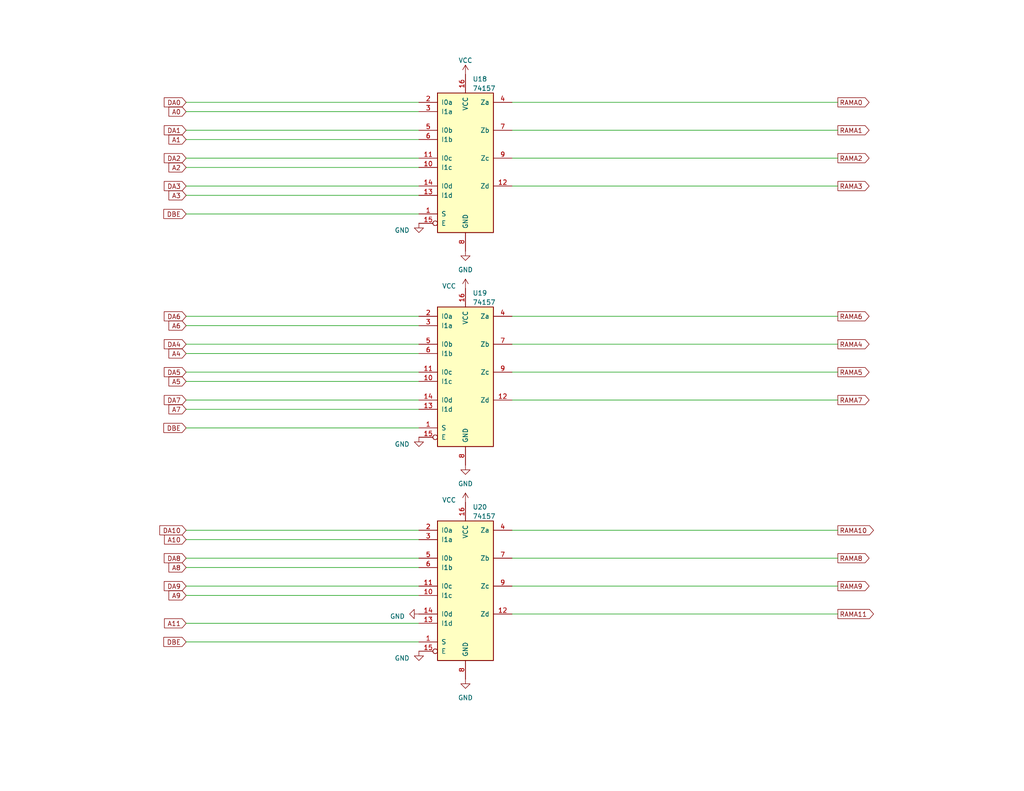
<source format=kicad_sch>
(kicad_sch (version 20230121) (generator eeschema)
  (paper "USLetter")
  (lib_symbols
    (symbol "74xx:74LS157" (pin_names (offset 1.016))
      (property "Reference" "U" (at -7.62 19.05 0))
      (property "Value" "74LS157" (at -7.62 -21.59 0))
      (symbol "74LS157_1_0"
        (pin input line (at -12.7 -15.24 0) (length 5.08) (name "S") (number "1"))
        (pin input line (at -12.7 -2.54 0) (length 5.08) (name "I1c") (number "10"))
        (pin input line (at -12.7 0 0) (length 5.08) (name "I0c") (number "11"))
        (pin output line (at 12.7 -7.62 180) (length 5.08) (name "Zd") (number "12"))
        (pin input line (at -12.7 -10.16 0) (length 5.08) (name "I1d") (number "13"))
        (pin input line (at -12.7 -7.62 0) (length 5.08) (name "I0d") (number "14"))
        (pin input inverted (at -12.7 -17.78 0) (length 5.08) (name "E") (number "15"))
        (pin power_in line (at 0 22.86 270) (length 5.08) (name "VCC") (number "16"))
        (pin input line (at -12.7 15.24 0) (length 5.08) (name "I0a") (number "2"))
        (pin input line (at -12.7 12.7 0) (length 5.08) (name "I1a") (number "3"))
        (pin output line (at 12.7 15.24 180) (length 5.08) (name "Za") (number "4"))
        (pin input line (at -12.7 7.62 0) (length 5.08) (name "I0b") (number "5"))
        (pin input line (at -12.7 5.08 0) (length 5.08) (name "I1b") (number "6"))
        (pin output line (at 12.7 7.62 180) (length 5.08) (name "Zb") (number "7"))
        (pin power_in line (at 0 -25.4 90) (length 5.08) (name "GND") (number "8"))
        (pin output line (at 12.7 0 180) (length 5.08) (name "Zc") (number "9"))
      )
      (symbol "74LS157_1_1"
        (rectangle (start -7.62 17.78) (end 7.62 -20.32) (stroke (width 0.254)) (fill (type background)))
      )
    )
    (symbol "power:GND" (power) (pin_names (offset 0))
      (property "Value" "GND" (at 0 -3.81 0))
      (symbol "GND_0_1"
        (polyline (pts (xy 0 0) (xy 0 -1.27) (xy 1.27 -1.27) (xy 0 -2.54) (xy -1.27 -1.27) (xy 0 -1.27)))
      )
      (symbol "GND_1_1"
        (pin power_in line (at 0 0 270) (length 0) hide (name "GND") (number "1"))
      )
    )
    (symbol "power:VCC" (power) (pin_names (offset 0))
      (property "Value" "VCC" (at 0 3.81 0))
      (symbol "VCC_0_1"
        (polyline (pts (xy -0.762 1.27) (xy 0 2.54)))
        (polyline (pts (xy 0 0) (xy 0 2.54)))
        (polyline (pts (xy 0 2.54) (xy 0.762 1.27)))
      )
      (symbol "VCC_1_1"
        (pin power_in line (at 0 0 90) (length 0) hide (name "VCC") (number "1"))
      )
    )
  )
  (wire (pts (xy 228.6 144.78) (xy 139.7 144.78)))
  (wire (pts (xy 50.8 175.26) (xy 114.3 175.26)))
  (wire (pts (xy 50.8 160.02) (xy 114.3 160.02)))
  (wire (pts (xy 50.8 93.98) (xy 114.3 93.98)))
  (wire (pts (xy 228.6 101.6) (xy 139.7 101.6)))
  (wire (pts (xy 228.6 93.98) (xy 139.7 93.98)))
  (wire (pts (xy 50.8 30.48) (xy 114.3 30.48)))
  (wire (pts (xy 228.6 152.4) (xy 139.7 152.4)))
  (wire (pts (xy 228.6 167.64) (xy 139.7 167.64)))
  (wire (pts (xy 50.8 109.22) (xy 114.3 109.22)))
  (wire (pts (xy 228.6 86.36) (xy 139.7 86.36)))
  (wire (pts (xy 50.8 58.42) (xy 114.3 58.42)))
  (wire (pts (xy 50.8 53.34) (xy 114.3 53.34)))
  (wire (pts (xy 50.8 96.52) (xy 114.3 96.52)))
  (wire (pts (xy 228.6 50.8) (xy 139.7 50.8)))
  (wire (pts (xy 50.8 170.18) (xy 114.3 170.18)))
  (wire (pts (xy 228.6 27.94) (xy 139.7 27.94)))
  (wire (pts (xy 50.8 45.72) (xy 114.3 45.72)))
  (wire (pts (xy 228.6 109.22) (xy 139.7 109.22)))
  (wire (pts (xy 50.8 86.36) (xy 114.3 86.36)))
  (wire (pts (xy 50.8 104.14) (xy 114.3 104.14)))
  (wire (pts (xy 50.8 35.56) (xy 114.3 35.56)))
  (wire (pts (xy 50.8 144.78) (xy 114.3 144.78)))
  (wire (pts (xy 50.8 116.84) (xy 114.3 116.84)))
  (wire (pts (xy 50.8 43.18) (xy 114.3 43.18)))
  (wire (pts (xy 228.6 43.18) (xy 139.7 43.18)))
  (wire (pts (xy 50.8 111.76) (xy 114.3 111.76)))
  (wire (pts (xy 50.8 88.9) (xy 114.3 88.9)))
  (wire (pts (xy 228.6 160.02) (xy 139.7 160.02)))
  (wire (pts (xy 50.8 101.6) (xy 114.3 101.6)))
  (wire (pts (xy 50.8 147.32) (xy 114.3 147.32)))
  (wire (pts (xy 50.8 50.8) (xy 114.3 50.8)))
  (wire (pts (xy 50.8 162.56) (xy 114.3 162.56)))
  (wire (pts (xy 50.8 154.94) (xy 114.3 154.94)))
  (wire (pts (xy 50.8 38.1) (xy 114.3 38.1)))
  (wire (pts (xy 228.6 35.56) (xy 139.7 35.56)))
  (wire (pts (xy 50.8 152.4) (xy 114.3 152.4)))
  (wire (pts (xy 50.8 27.94) (xy 114.3 27.94)))
  (global_label "DA3" (shape input) (at 50.8 50.8 180) (property "Intersheetrefs" "${INTERSHEET_REFS}" (effects hide)))
  (global_label "A8" (shape input) (at 50.8 154.94 180) (property "Intersheetrefs" "${INTERSHEET_REFS}" (effects hide)))
  (global_label "DA5" (shape input) (at 50.8 101.6 180) (property "Intersheetrefs" "${INTERSHEET_REFS}" (effects hide)))
  (global_label "RAMA9" (shape output) (at 228.6 160.02 0) (property "Intersheetrefs" "${INTERSHEET_REFS}" (effects hide)))
  (global_label "RAMA2" (shape output) (at 228.6 43.18 0) (property "Intersheetrefs" "${INTERSHEET_REFS}" (effects hide)))
  (global_label "A7" (shape input) (at 50.8 111.76 180) (property "Intersheetrefs" "${INTERSHEET_REFS}" (effects hide)))
  (global_label "DBE" (shape input) (at 50.8 58.42 180) (property "Intersheetrefs" "${INTERSHEET_REFS}" (effects hide)))
  (global_label "RAMA11" (shape output) (at 228.6 167.64 0) (property "Intersheetrefs" "${INTERSHEET_REFS}" (effects hide)))
  (global_label "DA1" (shape input) (at 50.8 35.56 180) (property "Intersheetrefs" "${INTERSHEET_REFS}" (effects hide)))
  (global_label "DA7" (shape input) (at 50.8 109.22 180) (property "Intersheetrefs" "${INTERSHEET_REFS}" (effects hide)))
  (global_label "DBE" (shape input) (at 50.8 175.26 180) (property "Intersheetrefs" "${INTERSHEET_REFS}" (effects hide)))
  (global_label "DA2" (shape input) (at 50.8 43.18 180) (property "Intersheetrefs" "${INTERSHEET_REFS}" (effects hide)))
  (global_label "A0" (shape input) (at 50.8 30.48 180) (property "Intersheetrefs" "${INTERSHEET_REFS}" (effects hide)))
  (global_label "RAMA6" (shape output) (at 228.6 86.36 0) (property "Intersheetrefs" "${INTERSHEET_REFS}" (effects hide)))
  (global_label "DBE" (shape input) (at 50.8 116.84 180) (property "Intersheetrefs" "${INTERSHEET_REFS}" (effects hide)))
  (global_label "A10" (shape input) (at 50.8 147.32 180) (property "Intersheetrefs" "${INTERSHEET_REFS}" (effects hide)))
  (global_label "RAMA0" (shape output) (at 228.6 27.94 0) (property "Intersheetrefs" "${INTERSHEET_REFS}" (effects hide)))
  (global_label "A1" (shape input) (at 50.8 38.1 180) (property "Intersheetrefs" "${INTERSHEET_REFS}" (effects hide)))
  (global_label "RAMA3" (shape output) (at 228.6 50.8 0) (property "Intersheetrefs" "${INTERSHEET_REFS}" (effects hide)))
  (global_label "A2" (shape input) (at 50.8 45.72 180) (property "Intersheetrefs" "${INTERSHEET_REFS}" (effects hide)))
  (global_label "RAMA8" (shape output) (at 228.6 152.4 0) (property "Intersheetrefs" "${INTERSHEET_REFS}" (effects hide)))
  (global_label "RAMA5" (shape output) (at 228.6 101.6 0) (property "Intersheetrefs" "${INTERSHEET_REFS}" (effects hide)))
  (global_label "DA4" (shape input) (at 50.8 93.98 180) (property "Intersheetrefs" "${INTERSHEET_REFS}" (effects hide)))
  (global_label "RAMA1" (shape output) (at 228.6 35.56 0) (property "Intersheetrefs" "${INTERSHEET_REFS}" (effects hide)))
  (global_label "RAMA10" (shape output) (at 228.6 144.78 0) (property "Intersheetrefs" "${INTERSHEET_REFS}" (effects hide)))
  (global_label "DA0" (shape input) (at 50.8 27.94 180) (property "Intersheetrefs" "${INTERSHEET_REFS}" (effects hide)))
  (global_label "A11" (shape input) (at 50.8 170.18 180) (property "Intersheetrefs" "${INTERSHEET_REFS}" (effects hide)))
  (global_label "A4" (shape input) (at 50.8 96.52 180) (property "Intersheetrefs" "${INTERSHEET_REFS}" (effects hide)))
  (global_label "DA10" (shape input) (at 50.8 144.78 180) (property "Intersheetrefs" "${INTERSHEET_REFS}" (effects hide)))
  (global_label "A9" (shape input) (at 50.8 162.56 180) (property "Intersheetrefs" "${INTERSHEET_REFS}" (effects hide)))
  (global_label "DA8" (shape input) (at 50.8 152.4 180) (property "Intersheetrefs" "${INTERSHEET_REFS}" (effects hide)))
  (global_label "A6" (shape input) (at 50.8 88.9 180) (property "Intersheetrefs" "${INTERSHEET_REFS}" (effects hide)))
  (global_label "DA6" (shape input) (at 50.8 86.36 180) (property "Intersheetrefs" "${INTERSHEET_REFS}" (effects hide)))
  (global_label "RAMA4" (shape output) (at 228.6 93.98 0) (property "Intersheetrefs" "${INTERSHEET_REFS}" (effects hide)))
  (global_label "A3" (shape input) (at 50.8 53.34 180) (property "Intersheetrefs" "${INTERSHEET_REFS}" (effects hide)))
  (global_label "DA9" (shape input) (at 50.8 160.02 180) (property "Intersheetrefs" "${INTERSHEET_REFS}" (effects hide)))
  (global_label "A5" (shape input) (at 50.8 104.14 180) (property "Intersheetrefs" "${INTERSHEET_REFS}" (effects hide)))
  (global_label "RAMA7" (shape output) (at 228.6 109.22 0) (property "Intersheetrefs" "${INTERSHEET_REFS}" (effects hide)))
  (symbol (lib_id "power:GND") (at 114.3 60.96 0) (unit 1)
    (property "Reference" "#PWR0343" (effects hide))
    (property "Value" "GND" (at 111.76 62.865 0) (effects (justify right)))
    (instances (project "mainboard" (path "" (reference "#PWR0343") (unit 1)) (path "" (reference "#PWR0193") (unit 1))))
  )
  (symbol (lib_id "power:GND") (at 127 68.58 0) (unit 1)
    (property "Reference" "#PWR0342" (effects hide))
    (property "Value" "GND" (at 127 73.66 0))
    (instances (project "mainboard" (path "" (reference "#PWR0342") (unit 1)) (path "" (reference "#PWR0201") (unit 1))))
  )
  (symbol (lib_id "power:GND") (at 127 127 0) (unit 1)
    (property "Reference" "#PWR0340" (effects hide))
    (property "Value" "GND" (at 127 132.08 0))
    (instances (project "mainboard" (path "" (reference "#PWR0340") (unit 1)) (path "" (reference "#PWR0203") (unit 1))))
  )
  (symbol (lib_id "74xx:74LS157") (at 127 43.18 0) (unit 1)
    (property "Reference" "U18" (at 128.9559 21.59 0) (effects (justify left)))
    (property "Value" "74157" (at 128.9559 24.13 0) (effects (justify left)))
    (property "Footprint" "Package_DIP:DIP-16_W7.62mm" (effects hide))
    (property "Datasheet" "http://www.ti.com/lit/gpn/sn74LS157" (effects hide))
  )
  (symbol (lib_id "power:GND") (at 114.3 167.64 270) (unit 1)
    (property "Reference" "#PWR0277" (effects hide))
    (property "Value" "GND" (at 110.49 168.275 90) (effects (justify right)))
    (instances (project "mainboard" (path "" (reference "#PWR0277") (unit 1)) (path "" (reference "#PWR0195") (unit 1))))
  )
  (symbol (lib_id "74xx:74LS157") (at 127 160.02 0) (unit 1)
    (property "Reference" "U20" (at 128.9559 138.43 0) (effects (justify left)))
    (property "Value" "74157" (at 128.9559 140.97 0) (effects (justify left)))
    (property "Footprint" "Package_DIP:DIP-16_W7.62mm" (effects hide))
    (property "Datasheet" "http://www.ti.com/lit/gpn/sn74LS157" (effects hide))
  )
  (symbol (lib_id "power:VCC") (at 127 137.16 0) (unit 1)
    (property "Reference" "#PWR0337" (effects hide))
    (property "Value" "VCC" (at 124.46 136.525 0) (effects (justify right)))
    (instances (project "mainboard" (path "" (reference "#PWR0337") (unit 1)) (path "" (reference "#PWR0204") (unit 1))))
  )
  (symbol (lib_id "power:VCC") (at 127 78.74 0) (unit 1)
    (property "Reference" "#PWR0339" (effects hide))
    (property "Value" "VCC" (at 124.46 78.105 0) (effects (justify right)))
    (instances (project "mainboard" (path "" (reference "#PWR0339") (unit 1)) (path "" (reference "#PWR0202") (unit 1))))
  )
  (symbol (lib_id "power:GND") (at 114.3 177.8 0) (unit 1)
    (property "Reference" "#PWR0357" (effects hide))
    (property "Value" "GND" (at 111.76 179.705 0) (effects (justify right)))
    (instances (project "mainboard" (path "" (reference "#PWR0357") (unit 1)) (path "" (reference "#PWR0196") (unit 1))))
  )
  (symbol (lib_id "power:GND") (at 127 185.42 0) (unit 1)
    (property "Reference" "#PWR0338" (effects hide))
    (property "Value" "GND" (at 127 190.5 0))
    (instances (project "mainboard" (path "" (reference "#PWR0338") (unit 1)) (path "" (reference "#PWR0209") (unit 1))))
  )
  (symbol (lib_id "74xx:74LS157") (at 127 101.6 0) (unit 1)
    (property "Reference" "U19" (at 128.9559 80.01 0) (effects (justify left)))
    (property "Value" "74157" (at 128.9559 82.55 0) (effects (justify left)))
    (property "Footprint" "Package_DIP:DIP-16_W7.62mm" (effects hide))
    (property "Datasheet" "http://www.ti.com/lit/gpn/sn74LS157" (effects hide))
  )
  (symbol (lib_id "power:VCC") (at 127 20.32 0) (unit 1)
    (property "Reference" "#PWR0341" (effects hide))
    (property "Value" "VCC" (at 127 16.51 0))
    (instances (project "mainboard" (path "" (reference "#PWR0341") (unit 1)) (path "" (reference "#PWR0197") (unit 1))))
  )
  (symbol (lib_id "power:GND") (at 114.3 119.38 0) (unit 1)
    (property "Reference" "#PWR0344" (effects hide))
    (property "Value" "GND" (at 111.76 121.285 0) (effects (justify right)))
    (instances (project "mainboard" (path "" (reference "#PWR0344") (unit 1)) (path "" (reference "#PWR0194") (unit 1))))
  )
)
</source>
